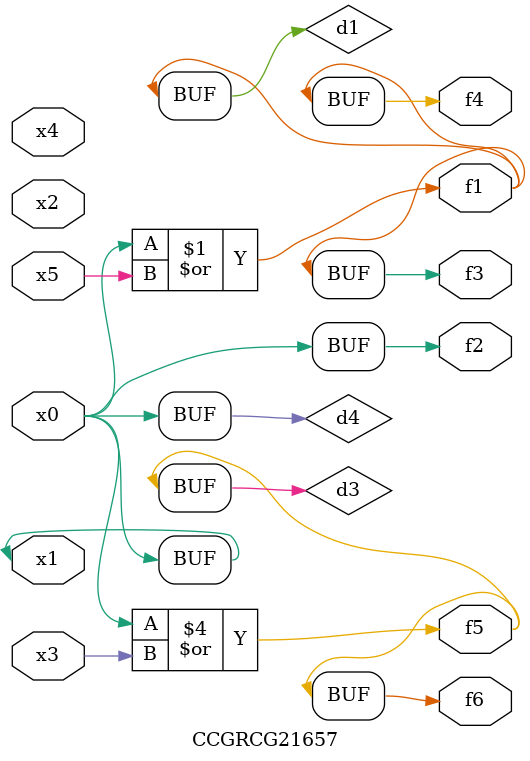
<source format=v>
module CCGRCG21657(
	input x0, x1, x2, x3, x4, x5,
	output f1, f2, f3, f4, f5, f6
);

	wire d1, d2, d3, d4;

	or (d1, x0, x5);
	xnor (d2, x1, x4);
	or (d3, x0, x3);
	buf (d4, x0, x1);
	assign f1 = d1;
	assign f2 = d4;
	assign f3 = d1;
	assign f4 = d1;
	assign f5 = d3;
	assign f6 = d3;
endmodule

</source>
